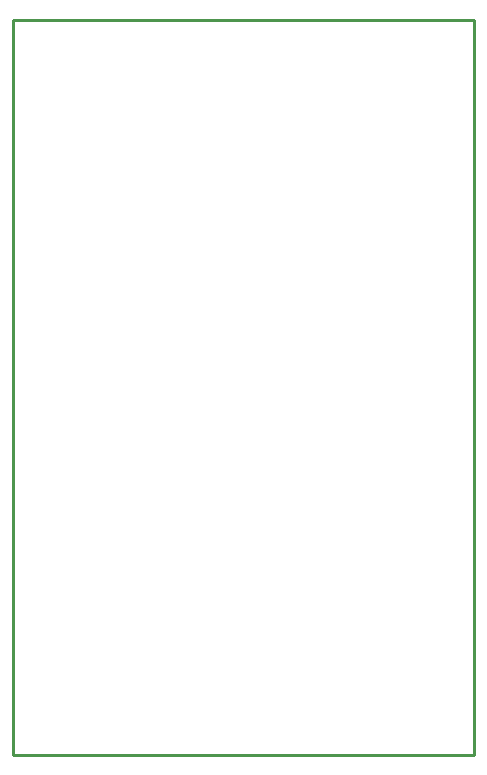
<source format=gbr>
G04 EAGLE Gerber X2 export*
%TF.Part,Single*%
%TF.FileFunction,Profile,NP*%
%TF.FilePolarity,Positive*%
%TF.GenerationSoftware,Autodesk,EAGLE,8.6.0*%
%TF.CreationDate,2018-02-06T17:03:27Z*%
G75*
%MOMM*%
%FSLAX34Y34*%
%LPD*%
%AMOC8*
5,1,8,0,0,1.08239X$1,22.5*%
G01*
%ADD10C,0.254000*%


D10*
X-12700Y12700D02*
X377700Y12700D01*
X377700Y634900D01*
X-12700Y634900D01*
X-12700Y12700D01*
M02*

</source>
